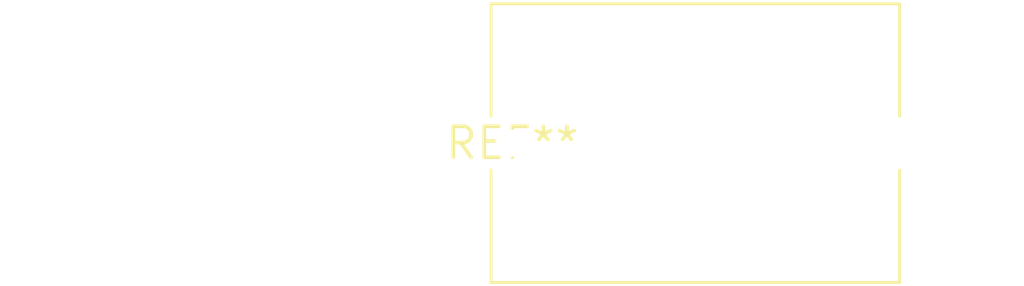
<source format=kicad_pcb>
(kicad_pcb (version 20240108) (generator pcbnew)
  (layers (0 "F.Cu" signal) (31 "B.Cu" signal) (34 "B.Paste" user) (35 "F.Paste" user) (36 "B.SilkS" user "B.Silkscreen") (37 "F.SilkS" user "F.Silkscreen") (38 "B.Mask" user) (39 "F.Mask" user) (44 "Edge.Cuts" user))
  (net 0 "")
  (footprint "C_Rect_L16.5mm_W11.2mm_P15.00mm_MKT" (layer "F.Cu") (at 0 0)
    (property "Reference" "REF**")
    (property "Value" "C_Rect_L16.5mm_W11.2mm_P15.00mm_MKT")
    (fp_line (start -0.87 -5.72) (end -0.87 -1.104) (layer "F.SilkS") (stroke (width 0.12)))
    (fp_line (start -0.87 -5.72) (end 15.87 -5.72) (layer "F.SilkS") (stroke (width 0.12)))
    (fp_line (start -0.87 1.104) (end -0.87 5.72) (layer "F.SilkS") (stroke (width 0.12)))
    (fp_line (start -0.87 5.72) (end 15.87 5.72) (layer "F.SilkS") (stroke (width 0.12)))
    (fp_line (start 15.87 -5.72) (end 15.87 -1.104) (layer "F.SilkS") (stroke (width 0.12)))
    (fp_line (start 15.87 1.104) (end 15.87 5.72) (layer "F.SilkS") (stroke (width 0.12)))
    (pad "1" thru_hole circle (at 0 0) (size 2.2 2.2) (drill 1.1) (layers *.Cu *.Mask) (remove_unused_layers))
    (pad "2" thru_hole circle (at 15 0) (size 2.2 2.2) (drill 1.1) (layers *.Cu *.Mask) (remove_unused_layers))
  )
)
</source>
